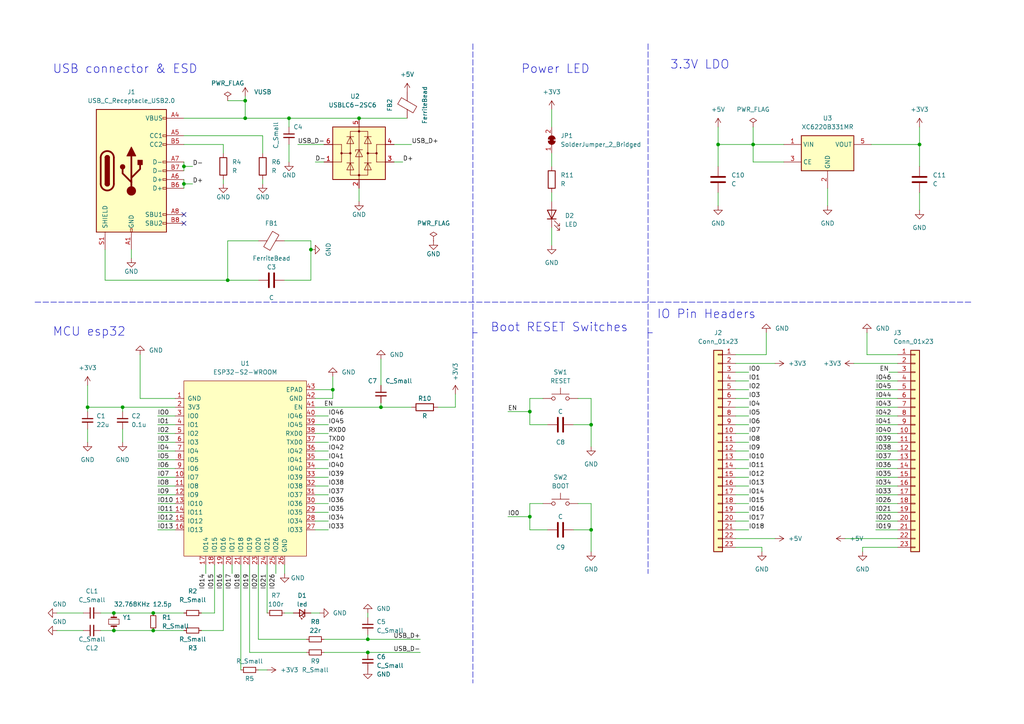
<source format=kicad_sch>
(kicad_sch (version 20211123) (generator eeschema)
  (paper "A4")
  (title_block (title "Esp32 module custom") (date "2022-05-23") (rev "v0.1") (company "Amrith ") (comment 1 "usb c with native usb support"))
  (lib_symbols
    (symbol "Arduino_custom:VUSB" (power) (pin_names (offset 0))
      (property "Value" "VUSB" (at 0 3.556 0))
      (symbol "VUSB_1_1"
        (pin power_in line (at 0 0 90) (length 0) hide (name "VUSB") (number "1"))
      )
    )
    (symbol "Connector:USB_C_Receptacle_USB2.0" (pin_names (offset 1.016))
      (property "Reference" "J" (at -10.16 19.05 0))
      (property "Value" "USB_C_Receptacle_USB2.0" (at 19.05 19.05 0))
      (symbol "USB_C_Receptacle_USB2.0_1_1"
        (pin passive line (at 0 -22.86 90) (length 5.08) (name "GND") (number "A1"))
        (pin passive line (at 0 -22.86 90) (length 5.08) hide (name "GND") (number "A12"))
        (pin passive line (at 15.24 15.24 180) (length 5.08) (name "VBUS") (number "A4"))
        (pin bidirectional line (at 15.24 10.16 180) (length 5.08) (name "CC1") (number "A5"))
        (pin bidirectional line (at 15.24 -2.54 180) (length 5.08) (name "D+") (number "A6"))
        (pin bidirectional line (at 15.24 2.54 180) (length 5.08) (name "D-") (number "A7"))
        (pin bidirectional line (at 15.24 -12.7 180) (length 5.08) (name "SBU1") (number "A8"))
        (pin passive line (at 15.24 15.24 180) (length 5.08) hide (name "VBUS") (number "A9"))
        (pin passive line (at 0 -22.86 90) (length 5.08) hide (name "GND") (number "B1"))
        (pin passive line (at 0 -22.86 90) (length 5.08) hide (name "GND") (number "B12"))
        (pin passive line (at 15.24 15.24 180) (length 5.08) hide (name "VBUS") (number "B4"))
        (pin bidirectional line (at 15.24 7.62 180) (length 5.08) (name "CC2") (number "B5"))
        (pin bidirectional line (at 15.24 -5.08 180) (length 5.08) (name "D+") (number "B6"))
        (pin bidirectional line (at 15.24 0 180) (length 5.08) (name "D-") (number "B7"))
        (pin bidirectional line (at 15.24 -15.24 180) (length 5.08) (name "SBU2") (number "B8"))
        (pin passive line (at 15.24 15.24 180) (length 5.08) hide (name "VBUS") (number "B9"))
        (pin passive line (at -7.62 -22.86 90) (length 5.08) (name "SHIELD") (number "S1"))
      )
    )
    (symbol "Connector_Generic:Conn_01x23" (pin_names (offset 1.016) hide)
      (property "Reference" "J" (at 0 30.48 0))
      (property "Value" "Conn_01x23" (at 0 -30.48 0))
      (symbol "Conn_01x23_1_1"
        (pin passive line (at -5.08 27.94 0) (length 3.81) (name "Pin_1") (number "1"))
        (pin passive line (at -5.08 5.08 0) (length 3.81) (name "Pin_10") (number "10"))
        (pin passive line (at -5.08 2.54 0) (length 3.81) (name "Pin_11") (number "11"))
        (pin passive line (at -5.08 0 0) (length 3.81) (name "Pin_12") (number "12"))
        (pin passive line (at -5.08 -2.54 0) (length 3.81) (name "Pin_13") (number "13"))
        (pin passive line (at -5.08 -5.08 0) (length 3.81) (name "Pin_14") (number "14"))
        (pin passive line (at -5.08 -7.62 0) (length 3.81) (name "Pin_15") (number "15"))
        (pin passive line (at -5.08 -10.16 0) (length 3.81) (name "Pin_16") (number "16"))
        (pin passive line (at -5.08 -12.7 0) (length 3.81) (name "Pin_17") (number "17"))
        (pin passive line (at -5.08 -15.24 0) (length 3.81) (name "Pin_18") (number "18"))
        (pin passive line (at -5.08 -17.78 0) (length 3.81) (name "Pin_19") (number "19"))
        (pin passive line (at -5.08 25.4 0) (length 3.81) (name "Pin_2") (number "2"))
        (pin passive line (at -5.08 -20.32 0) (length 3.81) (name "Pin_20") (number "20"))
        (pin passive line (at -5.08 -22.86 0) (length 3.81) (name "Pin_21") (number "21"))
        (pin passive line (at -5.08 -25.4 0) (length 3.81) (name "Pin_22") (number "22"))
        (pin passive line (at -5.08 -27.94 0) (length 3.81) (name "Pin_23") (number "23"))
        (pin passive line (at -5.08 22.86 0) (length 3.81) (name "Pin_3") (number "3"))
        (pin passive line (at -5.08 20.32 0) (length 3.81) (name "Pin_4") (number "4"))
        (pin passive line (at -5.08 17.78 0) (length 3.81) (name "Pin_5") (number "5"))
        (pin passive line (at -5.08 15.24 0) (length 3.81) (name "Pin_6") (number "6"))
        (pin passive line (at -5.08 12.7 0) (length 3.81) (name "Pin_7") (number "7"))
        (pin passive line (at -5.08 10.16 0) (length 3.81) (name "Pin_8") (number "8"))
        (pin passive line (at -5.08 7.62 0) (length 3.81) (name "Pin_9") (number "9"))
      )
    )
    (symbol "Device:C" (pin_numbers hide) (pin_names (offset 0.254))
      (property "Reference" "C" (at 0.635 2.54 0))
      (property "Value" "C" (at 0.635 -2.54 0))
      (symbol "C_1_1"
        (pin passive line (at 0 3.81 270) (length 2.794) (name "~") (number "1"))
        (pin passive line (at 0 -3.81 90) (length 2.794) (name "~") (number "2"))
      )
    )
    (symbol "Device:C_Small" (pin_numbers hide) (pin_names (offset 0.254) hide)
      (property "Reference" "C" (at 0.254 1.778 0))
      (property "Value" "C_Small" (at 0.254 -2.032 0))
      (symbol "C_Small_1_1"
        (pin passive line (at 0 2.54 270) (length 2.032) (name "~") (number "1"))
        (pin passive line (at 0 -2.54 90) (length 2.032) (name "~") (number "2"))
      )
    )
    (symbol "Device:Crystal_Small" (pin_numbers hide) (pin_names (offset 1.016) hide)
      (property "Reference" "Y" (at 0 2.54 0))
      (property "Value" "Crystal_Small" (at 0 -2.54 0))
      (symbol "Crystal_Small_1_1"
        (pin passive line (at -2.54 0 0) (length 1.27) (name "1") (number "1"))
        (pin passive line (at 2.54 0 180) (length 1.27) (name "2") (number "2"))
      )
    )
    (symbol "Device:FerriteBead" (pin_numbers hide) (pin_names (offset 0))
      (property "Reference" "FB" (at -3.81 0.635 90))
      (property "Value" "FerriteBead" (at 3.81 0 90))
      (symbol "FerriteBead_1_1"
        (pin passive line (at 0 3.81 270) (length 2.54) (name "~") (number "1"))
        (pin passive line (at 0 -3.81 90) (length 2.54) (name "~") (number "2"))
      )
    )
    (symbol "Device:LED" (pin_numbers hide) (pin_names (offset 1.016) hide)
      (property "Reference" "D" (at 0 2.54 0))
      (property "Value" "LED" (at 0 -2.54 0))
      (symbol "LED_1_1"
        (pin passive line (at -3.81 0 0) (length 2.54) (name "K") (number "1"))
        (pin passive line (at 3.81 0 180) (length 2.54) (name "A") (number "2"))
      )
    )
    (symbol "Device:LED_Small" (pin_numbers hide) (pin_names (offset 0.254) hide)
      (property "Reference" "D" (at -1.27 3.175 0))
      (property "Value" "LED_Small" (at -4.445 -2.54 0))
      (symbol "LED_Small_1_1"
        (pin passive line (at -2.54 0 0) (length 1.778) (name "K") (number "1"))
        (pin passive line (at 2.54 0 180) (length 1.778) (name "A") (number "2"))
      )
    )
    (symbol "Device:R" (pin_numbers hide) (pin_names (offset 0))
      (property "Reference" "R" (at 2.032 0 90))
      (property "Value" "R" (at 0 0 90))
      (symbol "R_1_1"
        (pin passive line (at 0 3.81 270) (length 1.27) (name "~") (number "1"))
        (pin passive line (at 0 -3.81 90) (length 1.27) (name "~") (number "2"))
      )
    )
    (symbol "Device:R_Small" (pin_numbers hide) (pin_names (offset 0.254) hide)
      (property "Reference" "R" (at 0.762 0.508 0))
      (property "Value" "R_Small" (at 0.762 -1.016 0))
      (symbol "R_Small_1_1"
        (pin passive line (at 0 2.54 270) (length 0.762) (name "~") (number "1"))
        (pin passive line (at 0 -2.54 90) (length 0.762) (name "~") (number "2"))
      )
    )
    (symbol "ESP32-S2-WROOM:ESP32-S2-WROOM" (pin_names (offset 1.016))
      (property "Reference" "U" (at 0 6.35 0))
      (property "Value" "ESP32-S2-WROOM" (at 0 3.81 0))
      (symbol "ESP32-S2-WROOM_0_0"
        (pin power_in line (at -20.32 -5.08 0) (length 2.54) (name "GND") (number "1"))
        (pin power_in line (at -20.32 -7.62 0) (length 2.54) (name "3V3") (number "2"))
        (pin tri_state line (at -20.32 -10.16 0) (length 2.54) (name "IO0") (number "3"))
        (pin tri_state line (at -20.32 -12.7 0) (length 2.54) (name "IO1") (number "4"))
        (pin tri_state line (at -20.32 -15.24 0) (length 2.54) (name "IO2") (number "5"))
      )
      (symbol "ESP32-S2-WROOM_1_1"
        (pin tri_state line (at -20.32 -27.94 0) (length 2.54) (name "IO7") (number "10"))
        (pin tri_state line (at -20.32 -30.48 0) (length 2.54) (name "IO8") (number "11"))
        (pin tri_state line (at -20.32 -33.02 0) (length 2.54) (name "IO9") (number "12"))
        (pin tri_state line (at -20.32 -35.56 0) (length 2.54) (name "IO10") (number "13"))
        (pin tri_state line (at -20.32 -38.1 0) (length 2.54) (name "IO11") (number "14"))
        (pin tri_state line (at -20.32 -40.64 0) (length 2.54) (name "IO12") (number "15"))
        (pin tri_state line (at -20.32 -43.18 0) (length 2.54) (name "IO13") (number "16"))
        (pin tri_state line (at -11.43 -53.34 90) (length 2.54) (name "IO14") (number "17"))
        (pin tri_state line (at -8.89 -53.34 90) (length 2.54) (name "IO15") (number "18"))
        (pin tri_state line (at -6.35 -53.34 90) (length 2.54) (name "IO16") (number "19"))
        (pin tri_state line (at -3.81 -53.34 90) (length 2.54) (name "IO17") (number "20"))
        (pin tri_state line (at -1.27 -53.34 90) (length 2.54) (name "IO18") (number "21"))
        (pin tri_state line (at 1.27 -53.34 90) (length 2.54) (name "IO19") (number "22"))
        (pin tri_state line (at 3.81 -53.34 90) (length 2.54) (name "IO20") (number "23"))
        (pin tri_state line (at 6.35 -53.34 90) (length 2.54) (name "IO21") (number "24"))
        (pin tri_state line (at 8.89 -53.34 90) (length 2.54) (name "IO26") (number "25"))
        (pin power_in line (at 11.43 -53.34 90) (length 2.54) (name "GND") (number "26"))
        (pin tri_state line (at 20.32 -43.18 180) (length 2.54) (name "IO33") (number "27"))
        (pin tri_state line (at 20.32 -40.64 180) (length 2.54) (name "IO34") (number "28"))
        (pin tri_state line (at 20.32 -38.1 180) (length 2.54) (name "IO35") (number "29"))
        (pin tri_state line (at 20.32 -35.56 180) (length 2.54) (name "IO36") (number "30"))
        (pin tri_state line (at 20.32 -33.02 180) (length 2.54) (name "IO37") (number "31"))
        (pin tri_state line (at 20.32 -30.48 180) (length 2.54) (name "IO38") (number "32"))
        (pin tri_state line (at 20.32 -27.94 180) (length 2.54) (name "IO39") (number "33"))
        (pin tri_state line (at 20.32 -25.4 180) (length 2.54) (name "IO40") (number "34"))
        (pin tri_state line (at 20.32 -22.86 180) (length 2.54) (name "IO41") (number "35"))
        (pin tri_state line (at 20.32 -20.32 180) (length 2.54) (name "IO42") (number "36"))
        (pin tri_state line (at 20.32 -17.78 180) (length 2.54) (name "TXD0") (number "37"))
        (pin tri_state line (at 20.32 -15.24 180) (length 2.54) (name "RXD0") (number "38"))
        (pin tri_state line (at 20.32 -12.7 180) (length 2.54) (name "IO45") (number "39"))
        (pin input line (at 20.32 -10.16 180) (length 2.54) (name "IO46") (number "40"))
        (pin input line (at 20.32 -7.62 180) (length 2.54) (name "EN") (number "41"))
        (pin power_in line (at 20.32 -5.08 180) (length 2.54) (name "GND") (number "42"))
        (pin power_in line (at 20.32 -2.54 180) (length 2.54) (name "EPAD") (number "43"))
        (pin tri_state line (at -20.32 -17.78 0) (length 2.54) (name "IO3") (number "6"))
        (pin tri_state line (at -20.32 -20.32 0) (length 2.54) (name "IO4") (number "7"))
        (pin tri_state line (at -20.32 -22.86 0) (length 2.54) (name "IO5") (number "8"))
        (pin tri_state line (at -20.32 -25.4 0) (length 2.54) (name "IO6") (number "9"))
      )
    )
    (symbol "Jumper:SolderJumper_2_Bridged" (pin_names (offset 0) hide)
      (property "Reference" "JP" (at 0 2.032 0))
      (property "Value" "SolderJumper_2_Bridged" (at 0 -2.54 0))
      (symbol "SolderJumper_2_Bridged_1_1"
        (pin passive line (at -3.81 0 0) (length 2.54) (name "A") (number "1"))
        (pin passive line (at 3.81 0 180) (length 2.54) (name "B") (number "2"))
      )
    )
    (symbol "Power_Protection:USBLC6-2SC6" (pin_names hide)
      (property "Reference" "U" (at 2.54 8.89 0))
      (property "Value" "USBLC6-2SC6" (at 2.54 -8.89 0))
      (symbol "USBLC6-2SC6_1_1"
        (pin passive line (at -10.16 -2.54 0) (length 2.54) (name "I/O1") (number "1"))
        (pin passive line (at 0 -10.16 90) (length 2.54) (name "GND") (number "2"))
        (pin passive line (at 10.16 -2.54 180) (length 2.54) (name "I/O2") (number "3"))
        (pin passive line (at 10.16 2.54 180) (length 2.54) (name "I/O2") (number "4"))
        (pin passive line (at 0 10.16 270) (length 2.54) (name "VBUS") (number "5"))
        (pin passive line (at -10.16 2.54 0) (length 2.54) (name "I/O1") (number "6"))
      )
    )
    (symbol "Regulator_Linear:XC6220B331MR"
      (property "Reference" "U" (at 0 8.89 0))
      (property "Value" "XC6220B331MR" (at 0 6.35 0))
      (symbol "XC6220B331MR_1_1"
        (pin power_in line (at -12.7 2.54 0) (length 5.08) (name "VIN") (number "1"))
        (pin power_in line (at 0 -10.16 90) (length 5.08) (name "GND") (number "2"))
        (pin input line (at -12.7 -2.54 0) (length 5.08) (name "CE") (number "3"))
        (pin no_connect line (at 12.7 -2.54 180) (length 5.08) hide (name "NC") (number "4"))
        (pin power_out line (at 12.7 2.54 180) (length 5.08) (name "VOUT") (number "5"))
      )
    )
    (symbol "Switch:SW_Push" (pin_numbers hide) (pin_names (offset 1.016) hide)
      (property "Reference" "SW" (at 1.27 2.54 0))
      (property "Value" "SW_Push" (at 0 -1.524 0))
      (symbol "SW_Push_0_1"
        (pin passive line (at -5.08 0 0) (length 2.54) (name "1") (number "1"))
        (pin passive line (at 5.08 0 180) (length 2.54) (name "2") (number "2"))
      )
    )
    (symbol "power:+3V3" (power) (pin_names (offset 0))
      (property "Value" "+3V3" (at 0 3.556 0))
      (symbol "+3V3_1_1"
        (pin power_in line (at 0 0 90) (length 0) hide (name "+3V3") (number "1"))
      )
    )
    (symbol "power:+5V" (power) (pin_names (offset 0))
      (property "Value" "+5V" (at 0 3.556 0))
      (symbol "+5V_1_1"
        (pin power_in line (at 0 0 90) (length 0) hide (name "+5V") (number "1"))
      )
    )
    (symbol "power:GND" (power) (pin_names (offset 0))
      (property "Value" "GND" (at 0 -3.81 0))
      (symbol "GND_1_1"
        (pin power_in line (at 0 0 270) (length 0) hide (name "GND") (number "1"))
      )
    )
    (symbol "power:PWR_FLAG" (power) (pin_numbers hide) (pin_names (offset 0) hide)
      (property "Value" "PWR_FLAG" (at 0 3.81 0))
      (symbol "PWR_FLAG_0_0"
        (pin power_out line (at 0 0 90) (length 0) (name "pwr") (number "1"))
      )
    )
  )
  (junction (at 33.02 177.8))
  (junction (at 218.44 41.91))
  (junction (at 90.17 72.39))
  (junction (at 106.68 185.42))
  (junction (at 104.14 34.29))
  (junction (at 71.12 34.29))
  (junction (at 96.52 113.03))
  (junction (at 25.4 118.11))
  (junction (at 66.04 81.28))
  (junction (at 171.45 153.67))
  (junction (at 153.67 119.38))
  (junction (at 110.49 118.11))
  (junction (at 106.68 189.23))
  (junction (at 83.82 34.29))
  (junction (at 53.34 53.34))
  (junction (at 44.45 182.88))
  (junction (at 33.02 182.88))
  (junction (at 208.28 41.91))
  (junction (at 35.56 118.11))
  (junction (at 266.7 41.91))
  (junction (at 44.45 177.8))
  (junction (at 71.12 29.21))
  (junction (at 153.67 149.86))
  (junction (at 53.34 48.26))
  (junction (at 171.45 123.19))
  (no_connect (at 53.34 64.77))
  (no_connect (at 53.34 62.23))
  (wire (pts (xy 208.28 36.83) (xy 208.28 41.91)))
  (wire (pts (xy 254 148.59) (xy 260.35 148.59)))
  (wire (pts (xy 45.72 120.65) (xy 50.8 120.65)))
  (wire (pts (xy 208.28 55.88) (xy 208.28 59.69)))
  (wire (pts (xy 91.44 128.27) (xy 95.25 128.27)))
  (wire (pts (xy 218.44 46.99) (xy 218.44 41.91)))
  (wire (pts (xy 254 138.43) (xy 260.35 138.43)))
  (wire (pts (xy 213.36 125.73) (xy 217.17 125.73)))
  (wire (pts (xy 160.02 44.45) (xy 160.02 48.26)))
  (wire (pts (xy 153.67 146.05) (xy 153.67 149.86)))
  (wire (pts (xy 53.34 34.29) (xy 71.12 34.29)))
  (wire (pts (xy 45.72 138.43) (xy 50.8 138.43)))
  (wire (pts (xy 38.1 74.93) (xy 38.1 72.39)))
  (wire (pts (xy 25.4 111.76) (xy 25.4 118.11)))
  (wire (pts (xy 254 153.67) (xy 260.35 153.67)))
  (wire (pts (xy 250.19 158.75) (xy 250.19 160.02)))
  (wire (pts (xy 104.14 54.61) (xy 104.14 58.42)))
  (wire (pts (xy 254 123.19) (xy 260.35 123.19)))
  (wire (pts (xy 266.7 55.88) (xy 266.7 60.96)))
  (polyline (pts (xy 10.16 87.63) (xy 281.94 87.63)))
  (wire (pts (xy 86.36 41.91) (xy 93.98 41.91)))
  (wire (pts (xy 218.44 41.91) (xy 227.33 41.91)))
  (wire (pts (xy 254 133.35) (xy 260.35 133.35)))
  (wire (pts (xy 88.9 189.23) (xy 72.39 189.23)))
  (wire (pts (xy 218.44 36.83) (xy 218.44 41.91)))
  (wire (pts (xy 110.49 118.11) (xy 119.38 118.11)))
  (wire (pts (xy 35.56 118.11) (xy 50.8 118.11)))
  (wire (pts (xy 90.17 72.39) (xy 90.17 81.28)))
  (wire (pts (xy 220.98 158.75) (xy 220.98 160.02)))
  (wire (pts (xy 132.08 118.11) (xy 127 118.11)))
  (wire (pts (xy 64.77 53.34) (xy 64.77 52.07)))
  (wire (pts (xy 50.8 115.57) (xy 40.64 115.57)))
  (wire (pts (xy 160.02 71.12) (xy 160.02 66.04)))
  (polyline (pts (xy 137.16 96.52) (xy 138.43 96.52)))
  (wire (pts (xy 83.82 34.29) (xy 104.14 34.29)))
  (wire (pts (xy 90.17 69.85) (xy 90.17 72.39)))
  (wire (pts (xy 104.14 34.29) (xy 118.11 34.29)))
  (wire (pts (xy 247.65 105.41) (xy 260.35 105.41)))
  (wire (pts (xy 53.34 41.91) (xy 64.77 41.91)))
  (wire (pts (xy 110.49 118.11) (xy 110.49 116.84)))
  (wire (pts (xy 147.32 119.38) (xy 153.67 119.38)))
  (wire (pts (xy 153.67 119.38) (xy 153.67 123.19)))
  (wire (pts (xy 171.45 153.67) (xy 171.45 160.02)))
  (wire (pts (xy 254 143.51) (xy 260.35 143.51)))
  (wire (pts (xy 153.67 149.86) (xy 153.67 153.67)))
  (wire (pts (xy 53.34 52.07) (xy 53.34 53.34)))
  (wire (pts (xy 213.36 128.27) (xy 217.17 128.27)))
  (wire (pts (xy 110.49 104.14) (xy 110.49 111.76)))
  (wire (pts (xy 90.17 81.28) (xy 82.55 81.28)))
  (wire (pts (xy 153.67 153.67) (xy 158.75 153.67)))
  (wire (pts (xy 257.81 107.95) (xy 260.35 107.95)))
  (wire (pts (xy 171.45 146.05) (xy 171.45 153.67)))
  (wire (pts (xy 153.67 123.19) (xy 158.75 123.19)))
  (wire (pts (xy 106.68 177.8) (xy 106.68 179.07)))
  (wire (pts (xy 160.02 55.88) (xy 160.02 58.42)))
  (wire (pts (xy 166.37 153.67) (xy 171.45 153.67)))
  (wire (pts (xy 45.72 151.13) (xy 50.8 151.13)))
  (wire (pts (xy 254 110.49) (xy 260.35 110.49)))
  (wire (pts (xy 91.44 140.97) (xy 95.25 140.97)))
  (polyline (pts (xy 187.96 12.7) (xy 187.96 96.52)))
  (wire (pts (xy 157.48 115.57) (xy 153.67 115.57)))
  (wire (pts (xy 160.02 36.83) (xy 160.02 31.75)))
  (wire (pts (xy 62.23 163.83) (xy 62.23 177.8)))
  (wire (pts (xy 59.69 163.83) (xy 59.69 166.37)))
  (wire (pts (xy 91.44 113.03) (xy 96.52 113.03)))
  (wire (pts (xy 72.39 163.83) (xy 72.39 189.23)))
  (wire (pts (xy 64.77 41.91) (xy 64.77 44.45)))
  (wire (pts (xy 44.45 182.88) (xy 53.34 182.88)))
  (wire (pts (xy 254 115.57) (xy 260.35 115.57)))
  (wire (pts (xy 213.36 115.57) (xy 217.17 115.57)))
  (wire (pts (xy 106.68 185.42) (xy 121.92 185.42)))
  (wire (pts (xy 82.55 177.8) (xy 85.09 177.8)))
  (wire (pts (xy 254 125.73) (xy 260.35 125.73)))
  (wire (pts (xy 33.02 182.88) (xy 44.45 182.88)))
  (wire (pts (xy 254 120.65) (xy 260.35 120.65)))
  (wire (pts (xy 213.36 153.67) (xy 217.17 153.67)))
  (wire (pts (xy 82.55 69.85) (xy 90.17 69.85)))
  (wire (pts (xy 25.4 119.38) (xy 25.4 118.11)))
  (wire (pts (xy 45.72 148.59) (xy 50.8 148.59)))
  (wire (pts (xy 147.32 149.86) (xy 153.67 149.86)))
  (wire (pts (xy 30.48 72.39) (xy 30.48 81.28)))
  (wire (pts (xy 254 130.81) (xy 260.35 130.81)))
  (wire (pts (xy 106.68 184.15) (xy 106.68 185.42)))
  (wire (pts (xy 66.04 29.21) (xy 71.12 29.21)))
  (wire (pts (xy 45.72 125.73) (xy 50.8 125.73)))
  (wire (pts (xy 171.45 115.57) (xy 171.45 123.19)))
  (wire (pts (xy 106.68 185.42) (xy 93.98 185.42)))
  (wire (pts (xy 91.44 153.67) (xy 95.25 153.67)))
  (wire (pts (xy 88.9 185.42) (xy 74.93 185.42)))
  (wire (pts (xy 45.72 135.89) (xy 50.8 135.89)))
  (wire (pts (xy 91.44 130.81) (xy 95.25 130.81)))
  (wire (pts (xy 167.64 115.57) (xy 171.45 115.57)))
  (wire (pts (xy 45.72 128.27) (xy 50.8 128.27)))
  (wire (pts (xy 45.72 146.05) (xy 50.8 146.05)))
  (wire (pts (xy 252.73 41.91) (xy 266.7 41.91)))
  (wire (pts (xy 213.36 151.13) (xy 217.17 151.13)))
  (wire (pts (xy 213.36 158.75) (xy 220.98 158.75)))
  (wire (pts (xy 251.46 102.87) (xy 260.35 102.87)))
  (wire (pts (xy 213.36 105.41) (xy 224.79 105.41)))
  (wire (pts (xy 91.44 115.57) (xy 96.52 115.57)))
  (wire (pts (xy 208.28 41.91) (xy 208.28 48.26)))
  (wire (pts (xy 213.36 148.59) (xy 217.17 148.59)))
  (wire (pts (xy 58.42 182.88) (xy 64.77 182.88)))
  (wire (pts (xy 76.2 39.37) (xy 76.2 44.45)))
  (wire (pts (xy 266.7 36.83) (xy 266.7 41.91)))
  (wire (pts (xy 254 146.05) (xy 260.35 146.05)))
  (wire (pts (xy 76.2 53.34) (xy 76.2 52.07)))
  (wire (pts (xy 16.51 182.88) (xy 24.13 182.88)))
  (wire (pts (xy 93.98 189.23) (xy 106.68 189.23)))
  (wire (pts (xy 71.12 27.94) (xy 71.12 29.21)))
  (wire (pts (xy 227.33 46.99) (xy 218.44 46.99)))
  (wire (pts (xy 30.48 81.28) (xy 66.04 81.28)))
  (wire (pts (xy 25.4 128.27) (xy 25.4 124.46)))
  (wire (pts (xy 254 113.03) (xy 260.35 113.03)))
  (wire (pts (xy 45.72 153.67) (xy 50.8 153.67)))
  (polyline (pts (xy 137.16 96.52) (xy 137.16 198.12)))
  (wire (pts (xy 16.51 177.8) (xy 24.13 177.8)))
  (wire (pts (xy 91.44 146.05) (xy 95.25 146.05)))
  (polyline (pts (xy 187.96 96.52) (xy 189.23 96.52)))
  (wire (pts (xy 82.55 163.83) (xy 82.55 166.37)))
  (wire (pts (xy 91.44 133.35) (xy 95.25 133.35)))
  (wire (pts (xy 29.21 177.8) (xy 33.02 177.8)))
  (wire (pts (xy 213.36 135.89) (xy 217.17 135.89)))
  (wire (pts (xy 213.36 118.11) (xy 217.17 118.11)))
  (wire (pts (xy 167.64 146.05) (xy 171.45 146.05)))
  (wire (pts (xy 64.77 163.83) (xy 64.77 182.88)))
  (wire (pts (xy 254 118.11) (xy 260.35 118.11)))
  (wire (pts (xy 213.36 113.03) (xy 217.17 113.03)))
  (wire (pts (xy 80.01 163.83) (xy 80.01 166.37)))
  (wire (pts (xy 91.44 143.51) (xy 95.25 143.51)))
  (wire (pts (xy 96.52 115.57) (xy 96.52 113.03)))
  (wire (pts (xy 77.47 163.83) (xy 77.47 177.8)))
  (wire (pts (xy 254 140.97) (xy 260.35 140.97)))
  (wire (pts (xy 222.25 102.87) (xy 213.36 102.87)))
  (wire (pts (xy 66.04 69.85) (xy 66.04 81.28)))
  (wire (pts (xy 213.36 110.49) (xy 217.17 110.49)))
  (wire (pts (xy 213.36 143.51) (xy 217.17 143.51)))
  (wire (pts (xy 69.85 163.83) (xy 69.85 194.31)))
  (wire (pts (xy 213.36 146.05) (xy 217.17 146.05)))
  (wire (pts (xy 71.12 29.21) (xy 71.12 34.29)))
  (wire (pts (xy 91.44 138.43) (xy 95.25 138.43)))
  (wire (pts (xy 66.04 69.85) (xy 74.93 69.85)))
  (wire (pts (xy 67.31 163.83) (xy 67.31 166.37)))
  (wire (pts (xy 213.36 130.81) (xy 217.17 130.81)))
  (wire (pts (xy 260.35 158.75) (xy 250.19 158.75)))
  (wire (pts (xy 153.67 115.57) (xy 153.67 119.38)))
  (wire (pts (xy 213.36 140.97) (xy 217.17 140.97)))
  (wire (pts (xy 91.44 148.59) (xy 95.25 148.59)))
  (wire (pts (xy 45.72 133.35) (xy 50.8 133.35)))
  (wire (pts (xy 91.44 120.65) (xy 95.25 120.65)))
  (wire (pts (xy 45.72 123.19) (xy 50.8 123.19)))
  (wire (pts (xy 132.08 114.3) (xy 132.08 118.11)))
  (wire (pts (xy 25.4 118.11) (xy 35.56 118.11)))
  (wire (pts (xy 171.45 123.19) (xy 171.45 129.54)))
  (wire (pts (xy 29.21 182.88) (xy 33.02 182.88)))
  (wire (pts (xy 213.36 133.35) (xy 217.17 133.35)))
  (wire (pts (xy 96.52 113.03) (xy 96.52 109.22)))
  (wire (pts (xy 254 135.89) (xy 260.35 135.89)))
  (wire (pts (xy 114.3 46.99) (xy 116.84 46.99)))
  (wire (pts (xy 240.03 54.61) (xy 240.03 59.69)))
  (wire (pts (xy 213.36 120.65) (xy 217.17 120.65)))
  (wire (pts (xy 213.36 107.95) (xy 217.17 107.95)))
  (wire (pts (xy 44.45 177.8) (xy 53.34 177.8)))
  (wire (pts (xy 91.44 46.99) (xy 93.98 46.99)))
  (wire (pts (xy 53.34 39.37) (xy 76.2 39.37)))
  (wire (pts (xy 266.7 41.91) (xy 266.7 48.26)))
  (wire (pts (xy 254 128.27) (xy 260.35 128.27)))
  (wire (pts (xy 106.68 189.23) (xy 121.92 189.23)))
  (wire (pts (xy 91.44 123.19) (xy 95.25 123.19)))
  (wire (pts (xy 83.82 34.29) (xy 83.82 36.83)))
  (wire (pts (xy 91.44 125.73) (xy 95.25 125.73)))
  (polyline (pts (xy 137.16 12.7) (xy 137.16 96.52)))
  (wire (pts (xy 213.36 123.19) (xy 217.17 123.19)))
  (wire (pts (xy 213.36 156.21) (xy 224.79 156.21)))
  (wire (pts (xy 53.34 53.34) (xy 55.88 53.34)))
  (wire (pts (xy 53.34 48.26) (xy 53.34 49.53)))
  (wire (pts (xy 45.72 130.81) (xy 50.8 130.81)))
  (wire (pts (xy 114.3 41.91) (xy 119.38 41.91)))
  (wire (pts (xy 166.37 123.19) (xy 171.45 123.19)))
  (wire (pts (xy 157.48 146.05) (xy 153.67 146.05)))
  (wire (pts (xy 53.34 53.34) (xy 53.34 54.61)))
  (wire (pts (xy 90.17 177.8) (xy 92.71 177.8)))
  (wire (pts (xy 91.44 135.89) (xy 95.25 135.89)))
  (wire (pts (xy 40.64 115.57) (xy 40.64 102.87)))
  (wire (pts (xy 33.02 177.8) (xy 44.45 177.8)))
  (polyline (pts (xy 187.96 96.52) (xy 187.96 166.37)))
  (wire (pts (xy 58.42 177.8) (xy 62.23 177.8)))
  (wire (pts (xy 35.56 119.38) (xy 35.56 118.11)))
  (wire (pts (xy 66.04 81.28) (xy 74.93 81.28)))
  (wire (pts (xy 251.46 96.52) (xy 251.46 102.87)))
  (wire (pts (xy 77.47 194.31) (xy 74.93 194.31)))
  (wire (pts (xy 45.72 140.97) (xy 50.8 140.97)))
  (wire (pts (xy 254 151.13) (xy 260.35 151.13)))
  (wire (pts (xy 53.34 46.99) (xy 53.34 48.26)))
  (wire (pts (xy 83.82 41.91) (xy 83.82 46.99)))
  (wire (pts (xy 53.34 48.26) (xy 55.88 48.26)))
  (wire (pts (xy 74.93 163.83) (xy 74.93 185.42)))
  (wire (pts (xy 45.72 143.51) (xy 50.8 143.51)))
  (wire (pts (xy 71.12 34.29) (xy 83.82 34.29)))
  (wire (pts (xy 35.56 128.27) (xy 35.56 124.46)))
  (wire (pts (xy 208.28 41.91) (xy 218.44 41.91)))
  (wire (pts (xy 213.36 138.43) (xy 217.17 138.43)))
  (wire (pts (xy 91.44 151.13) (xy 95.25 151.13)))
  (wire (pts (xy 222.25 96.52) (xy 222.25 102.87)))
  (wire (pts (xy 245.11 156.21) (xy 260.35 156.21)))
  (wire (pts (xy 91.44 118.11) (xy 110.49 118.11)))
  (text "MCU esp32" (at 15.24 97.79 0) (effects (font (size 2.5 2.5)) (justify left bottom)))
  (text "Power LED" (at 151.13 21.59 0) (effects (font (size 2.5 2.5)) (justify left bottom)))
  (text "Boot RESET Switches\n" (at 142.24 96.52 0) (effects (font (size 2.5 2.5)) (justify left bottom)))
  (text "USB connector & ESD" (at 15.24 21.59 0) (effects (font (size 2.5 2.5)) (justify left bottom)))
  (text "3.3V LDO" (at 194.31 20.32 0) (effects (font (size 2.5 2.5)) (justify left bottom)))
  (text "IO Pin Headers" (at 190.5 92.71 0) (effects (font (size 2.5 2.5)) (justify left bottom)))
  (label "IO43" (at 254 118.11 0))
  (label "IO21" (at 254 148.59 0))
  (label "IO46" (at 95.25 120.65 0))
  (label "IO20" (at 74.93 166.37 270))
  (label "D-" (at 91.44 46.99 0))
  (label "USB_D+" (at 119.38 41.91 0))
  (label "IO17" (at 67.31 166.37 270))
  (label "IO14" (at 59.69 166.37 270))
  (label "IO20" (at 254 151.13 0))
  (label "IO7" (at 45.72 138.43 0))
  (label "IO39" (at 95.25 138.43 0))
  (label "IO12" (at 217.17 138.43 0))
  (label "IO10" (at 45.72 146.05 0))
  (label "IO40" (at 95.25 135.89 0))
  (label "IO4" (at 45.72 130.81 0))
  (label "IO35" (at 95.25 148.59 0))
  (label "IO0" (at 45.72 120.65 0))
  (label "IO38" (at 254 130.81 0))
  (label "IO5" (at 45.72 133.35 0))
  (label "IO11" (at 217.17 135.89 0))
  (label "USB_D-" (at 86.36 41.91 0))
  (label "IO19" (at 72.39 166.37 270))
  (label "IO0" (at 147.32 149.86 0))
  (label "IO46" (at 254 110.49 0))
  (label "D+" (at 55.88 53.34 0))
  (label "IO9" (at 217.17 130.81 0))
  (label "IO6" (at 45.72 135.89 0))
  (label "IO18" (at 217.17 153.67 0))
  (label "IO13" (at 45.72 153.67 0))
  (label "IO5" (at 217.17 120.65 0))
  (label "D+" (at 116.84 46.99 0))
  (label "IO42" (at 95.25 130.81 0))
  (label "IO45" (at 254 113.03 0))
  (label "IO33" (at 254 143.51 0))
  (label "EN" (at 147.32 119.38 0))
  (label "IO36" (at 95.25 146.05 0))
  (label "IO10" (at 217.17 133.35 0))
  (label "RXD0" (at 95.25 125.73 0))
  (label "IO2" (at 217.17 113.03 0))
  (label "IO38" (at 95.25 140.97 0))
  (label "D-" (at 55.88 48.26 0))
  (label "IO1" (at 217.17 110.49 0))
  (label "IO39" (at 254 128.27 0))
  (label "IO26" (at 80.01 166.37 270))
  (label "IO37" (at 95.25 143.51 0))
  (label "IO14" (at 217.17 143.51 0))
  (label "IO2" (at 45.72 125.73 0))
  (label "IO3" (at 217.17 115.57 0))
  (label "IO0" (at 217.17 107.95 0))
  (label "IO15" (at 62.23 166.37 270))
  (label "IO6" (at 217.17 123.19 0))
  (label "IO40" (at 254 125.73 0))
  (label "IO36" (at 254 135.89 0))
  (label "IO35" (at 254 138.43 0))
  (label "IO9" (at 45.72 143.51 0))
  (label "IO41" (at 95.25 133.35 0))
  (label "IO12" (at 45.72 151.13 0))
  (label "IO37" (at 254 133.35 0))
  (label "IO13" (at 217.17 140.97 0))
  (label "IO15" (at 217.17 146.05 0))
  (label "IO8" (at 217.17 128.27 0))
  (label "IO26" (at 254 146.05 0))
  (label "IO16" (at 217.17 148.59 0))
  (label "IO3" (at 45.72 128.27 0))
  (label "IO34" (at 254 140.97 0))
  (label "IO44" (at 254 115.57 0))
  (label "IO1" (at 45.72 123.19 0))
  (label "IO11" (at 45.72 148.59 0))
  (label "IO18" (at 69.85 166.37 270))
  (label "IO16" (at 64.77 166.37 270))
  (label "IO45" (at 95.25 123.19 0))
  (label "IO33" (at 95.25 153.67 0))
  (label "IO42" (at 254 120.65 0))
  (label "IO19" (at 254 153.67 0))
  (label "IO21" (at 77.47 166.37 270))
  (label "TXD0" (at 95.25 128.27 0))
  (label "USB_D+" (at 121.92 185.42 180))
  (label "IO8" (at 45.72 140.97 0))
  (label "IO17" (at 217.17 151.13 0))
  (label "EN" (at 93.98 118.11 0))
  (label "IO34" (at 95.25 151.13 0))
  (label "IO41" (at 254 123.19 0))
  (label "IO4" (at 217.17 118.11 0))
  (label "EN" (at 257.81 107.95 180))
  (label "IO7" (at 217.17 125.73 0))
  (label "USB_D-" (at 121.92 189.23 180))
  (symbol (lib_id "power:GND") (at 92.71 177.8 90) (unit 1)
    (property "Reference" "#PWR014" (effects hide))
    (property "Value" "GND" (at 96.52 177.7999 90) (effects (justify right)))
  )
  (symbol (lib_id "power:+3V3") (at 247.65 105.41 90) (unit 1)
    (property "Reference" "#PWR034" (effects hide))
    (property "Value" "+3V3" (at 238.76 105.41 90) (effects (justify right)))
  )
  (symbol (lib_id "Device:R") (at 123.19 118.11 90) (unit 1)
    (property "Reference" "R10" (at 123.19 115.57 90))
    (property "Value" "R" (at 123.19 120.65 90))
    (property "Footprint" "Resistor_SMD:R_0603_1608Metric" (effects hide))
  )
  (symbol (lib_id "Device:C") (at 162.56 123.19 90) (unit 1)
    (property "Reference" "C8" (at 162.56 128.27 90))
    (property "Value" "C" (at 162.56 119.38 90))
    (property "Footprint" "Capacitor_SMD:C_0603_1608Metric" (effects hide))
  )
  (symbol (lib_id "power:GND") (at 240.03 59.69 0) (unit 1)
    (property "Reference" "#PWR032" (effects hide))
    (property "Value" "GND" (at 240.03 64.77 0))
  )
  (symbol (lib_id "power:GND") (at 96.52 109.22 180) (unit 1)
    (property "Reference" "#PWR015" (effects hide))
    (property "Value" "GND" (at 99.06 107.9499 0) (effects (justify right)))
  )
  (symbol (lib_id "power:GND") (at 90.17 72.39 90) (unit 1)
    (property "Reference" "#PWR013" (effects hide))
    (property "Value" "GND" (at 95.25 72.39 0))
  )
  (symbol (lib_id "power:+3V3") (at 25.4 111.76 0) (unit 1)
    (property "Reference" "#PWR03" (effects hide))
    (property "Value" "+3V3" (at 25.4 106.68 0))
  )
  (symbol (lib_id "power:GND") (at 220.98 160.02 0) (unit 1)
    (property "Reference" "#PWR028" (effects hide))
    (property "Value" "GND" (at 220.98 165.1 0))
  )
  (symbol (lib_id "ESP32-S2-WROOM:ESP32-S2-WROOM") (at 71.12 110.49 0) (unit 1)
    (property "Reference" "U1" (at 71.12 105.41 0))
    (property "Value" "ESP32-S2-WROOM" (at 71.12 107.95 0))
    (property "Footprint" "ESP32-S2-WROOM" (effects hide))
  )
  (symbol (lib_id "Connector_Generic:Conn_01x23") (at 208.28 130.81 0) (mirror y) (unit 1)
    (property "Reference" "J2" (at 208.28 96.52 0))
    (property "Value" "Conn_01x23" (at 208.28 99.06 0))
    (property "Footprint" "Connector_PinHeader_2.54mm:PinHeader_1x23_P2.54mm_Vertical" (effects hide))
  )
  (symbol (lib_id "Device:R") (at 160.02 52.07 0) (unit 1)
    (property "Reference" "R11" (at 162.56 50.7999 0) (effects (justify left)))
    (property "Value" "R" (at 162.56 53.3399 0) (effects (justify left)))
    (property "Footprint" "Resistor_SMD:R_0603_1608Metric" (effects hide))
  )
  (symbol (lib_id "power:+3V3") (at 224.79 105.41 270) (unit 1)
    (property "Reference" "#PWR030" (effects hide))
    (property "Value" "+3V3" (at 228.6 105.41 90) (effects (justify left)))
  )
  (symbol (lib_id "power:GND") (at 40.64 102.87 180) (unit 1)
    (property "Reference" "#PWR07" (effects hide))
    (property "Value" "GND" (at 43.18 101.5999 0) (effects (justify right)))
  )
  (symbol (lib_id "power:GND") (at 110.49 104.14 180) (unit 1)
    (property "Reference" "#PWR019" (effects hide))
    (property "Value" "GND" (at 113.03 102.8699 0) (effects (justify right)))
  )
  (symbol (lib_id "Device:R") (at 64.77 48.26 0) (unit 1)
    (property "Reference" "R4" (at 67.31 46.9899 0) (effects (justify left)))
    (property "Value" "R" (at 67.31 49.5299 0) (effects (justify left)))
    (property "Footprint" "Resistor_SMD:R_0603_1608Metric" (effects hide))
  )
  (symbol (lib_id "power:GND") (at 208.28 59.69 0) (unit 1)
    (property "Reference" "#PWR027" (effects hide))
    (property "Value" "GND" (at 208.28 64.77 0))
  )
  (symbol (lib_id "Device:R") (at 76.2 48.26 0) (unit 1)
    (property "Reference" "R6" (at 78.74 46.9899 0) (effects (justify left)))
    (property "Value" "R" (at 78.74 49.5299 0) (effects (justify left)))
    (property "Footprint" "Resistor_SMD:R_0603_1608Metric" (effects hide))
  )
  (symbol (lib_id "power:+3V3") (at 160.02 31.75 0) (unit 1)
    (property "Reference" "#PWR022" (effects hide))
    (property "Value" "+3V3" (at 160.02 26.67 0))
  )
  (symbol (lib_id "Device:C_Small") (at 25.4 121.92 0) (unit 1)
    (property "Reference" "C1" (at 27.94 120.6562 0) (effects (justify left)))
    (property "Value" "22u" (at 27.94 123.1962 0) (effects (justify left)))
    (property "Footprint" "Capacitor_SMD:C_0603_1608Metric" (effects hide))
  )
  (symbol (lib_id "Switch:SW_Push") (at 162.56 146.05 0) (unit 1)
    (property "Reference" "SW2" (at 162.56 138.43 0))
    (property "Value" "BOOT" (at 162.56 140.97 0))
    (property "Footprint" "ESP32-S2-Breakout:Alps_SKRK" (effects hide))
  )
  (symbol (lib_id "power:GND") (at 106.68 194.31 0) (unit 1)
    (property "Reference" "#PWR018" (effects hide))
    (property "Value" "GND" (at 109.22 195.5799 0) (effects (justify left)))
  )
  (symbol (lib_id "power:GND") (at 106.68 177.8 180) (unit 1)
    (property "Reference" "#PWR017" (effects hide))
    (property "Value" "GND" (at 109.22 176.5299 0) (effects (justify right)))
  )
  (symbol (lib_id "Device:R_Small") (at 55.88 182.88 90) (unit 1)
    (property "Reference" "R3" (at 55.88 187.96 90))
    (property "Value" "R_Small" (at 55.88 185.42 90))
    (property "Footprint" "Resistor_SMD:R_0603_1608Metric" (effects hide))
  )
  (symbol (lib_id "Device:FerriteBead") (at 118.11 30.48 180) (unit 1)
    (property "Reference" "FB2" (at 113.03 30.48 90))
    (property "Value" "FerriteBead" (at 123.19 30.48 90))
    (property "Footprint" "Inductor_SMD:L_0603_1608Metric" (effects hide))
  )
  (symbol (lib_id "power:GND") (at 104.14 58.42 0) (unit 1)
    (property "Reference" "#PWR016" (effects hide))
    (property "Value" "GND" (at 104.14 62.23 0))
  )
  (symbol (lib_id "Connector:USB_C_Receptacle_USB2.0") (at 38.1 49.53 0) (unit 1)
    (property "Reference" "J1" (at 38.1 26.67 0))
    (property "Value" "USB_C_Receptacle_USB2.0" (at 38.1 29.21 0))
    (property "Footprint" "ESP32-S2-Breakout:USB_C_Receptacle_HRO_TYPE-C-31-M-12" (effects hide))
    (property "Datasheet" "https://www.usb.org/sites/default/files/documents/usb_type-c.zip" (effects hide))
  )
  (symbol (lib_id "power:GND") (at 16.51 182.88 270) (unit 1)
    (property "Reference" "#PWR02" (effects hide))
    (property "Value" "GND" (at 15.24 180.34 90) (effects (justify left)))
  )
  (symbol (lib_id "Device:LED") (at 160.02 62.23 90) (unit 1)
    (property "Reference" "D2" (at 163.83 62.5474 90) (effects (justify right)))
    (property "Value" "LED" (at 163.83 65.0874 90) (effects (justify right)))
    (property "Footprint" "LED_SMD:LED_0603_1608Metric" (effects hide))
  )
  (symbol (lib_id "Device:R_Small") (at 72.39 194.31 90) (unit 1)
    (property "Reference" "R5" (at 72.39 196.85 90))
    (property "Value" "R_Small" (at 72.39 191.77 90))
    (property "Footprint" "Resistor_SMD:R_0603_1608Metric" (effects hide))
  )
  (symbol (lib_id "Device:R_Small") (at 91.44 189.23 90) (unit 1)
    (property "Reference" "R9" (at 91.44 191.77 90))
    (property "Value" "R_Small" (at 91.44 194.31 90))
    (property "Footprint" "Resistor_SMD:R_0603_1608Metric" (effects hide))
  )
  (symbol (lib_id "Device:C_Small") (at 106.68 181.61 0) (unit 1)
    (property "Reference" "C5" (at 109.22 180.3462 0) (effects (justify left)))
    (property "Value" "C_Small" (at 109.22 182.8862 0) (effects (justify left)))
    (property "Footprint" "Capacitor_SMD:C_0603_1608Metric" (effects hide))
  )
  (symbol (lib_id "Power_Protection:USBLC6-2SC6") (at 104.14 44.45 0) (unit 1)
    (property "Reference" "U2" (at 101.6 27.94 0) (effects (justify left)))
    (property "Value" "USBLC6-2SC6" (at 95.25 30.48 0) (effects (justify left)))
    (property "Footprint" "Package_TO_SOT_SMD:SOT-23-6" (effects hide))
    (property "Datasheet" "https://www.st.com/resource/en/datasheet/usblc6-2.pdf" (effects hide))
  )
  (symbol (lib_id "Device:C_Small") (at 106.68 191.77 0) (unit 1)
    (property "Reference" "C6" (at 109.22 190.5062 0) (effects (justify left)))
    (property "Value" "C_Small" (at 109.22 193.0462 0) (effects (justify left)))
    (property "Footprint" "Capacitor_SMD:C_0603_1608Metric" (effects hide))
  )
  (symbol (lib_id "power:PWR_FLAG") (at 125.73 69.85 0) (unit 1)
    (property "Reference" "#FLG0101" (effects hide))
    (property "Value" "PWR_FLAG" (at 125.73 64.77 0))
  )
  (symbol (lib_id "power:GND") (at 25.4 128.27 0) (unit 1)
    (property "Reference" "#PWR04" (effects hide))
    (property "Value" "GND" (at 25.4 133.35 0))
  )
  (symbol (lib_id "Regulator_Linear:XC6220B331MR") (at 240.03 44.45 0) (unit 1)
    (property "Reference" "U3" (at 240.03 34.29 0))
    (property "Value" "XC6220B331MR" (at 240.03 36.83 0))
    (property "Footprint" "Package_TO_SOT_SMD:SOT-23-5" (effects hide))
    (property "Datasheet" "https://www.torexsemi.com/file/xc6220/XC6220.pdf" (effects hide))
  )
  (symbol (lib_id "Device:C") (at 208.28 52.07 0) (unit 1)
    (property "Reference" "C10" (at 212.09 50.7999 0) (effects (justify left)))
    (property "Value" "C" (at 212.09 53.3399 0) (effects (justify left)))
    (property "Footprint" "Capacitor_SMD:C_0603_1608Metric" (effects hide))
  )
  (symbol (lib_id "power:+5V") (at 224.79 156.21 270) (unit 1)
    (property "Reference" "#PWR031" (effects hide))
    (property "Value" "+5V" (at 228.6 156.2099 90) (effects (justify left)))
  )
  (symbol (lib_id "Device:LED_Small") (at 87.63 177.8 180) (unit 1)
    (property "Reference" "D1" (at 87.63 172.72 0))
    (property "Value" "led" (at 87.63 175.26 0))
    (property "Footprint" "LED_SMD:LED_0603_1608Metric" (effects hide))
  )
  (symbol (lib_id "Device:C") (at 78.74 81.28 90) (unit 1)
    (property "Reference" "C3" (at 78.74 77.47 90))
    (property "Value" "C" (at 78.74 86.36 90))
    (property "Footprint" "Capacitor_SMD:C_0603_1608Metric" (effects hide))
  )
  (symbol (lib_id "power:GND") (at 222.25 96.52 180) (unit 1)
    (property "Reference" "#PWR029" (effects hide))
    (property "Value" "GND" (at 224.79 95.2499 0) (effects (justify right)))
  )
  (symbol (lib_id "power:GND") (at 16.51 177.8 270) (unit 1)
    (property "Reference" "#PWR01" (effects hide))
    (property "Value" "GND" (at 15.24 175.26 90) (effects (justify left)))
  )
  (symbol (lib_id "power:GND") (at 160.02 71.12 0) (unit 1)
    (property "Reference" "#PWR023" (effects hide))
    (property "Value" "GND" (at 160.02 76.2 0))
  )
  (symbol (lib_id "Device:FerriteBead") (at 78.74 69.85 90) (unit 1)
    (property "Reference" "FB1" (at 78.74 64.77 90))
    (property "Value" "FerriteBead" (at 78.74 74.93 90))
    (property "Footprint" "Inductor_SMD:L_0603_1608Metric" (effects hide))
  )
  (symbol (lib_id "Device:R_Small") (at 55.88 177.8 90) (unit 1)
    (property "Reference" "R2" (at 55.88 171.45 90))
    (property "Value" "R_Small" (at 55.88 173.99 90))
    (property "Footprint" "Resistor_SMD:R_0603_1608Metric" (effects hide))
  )
  (symbol (lib_id "power:PWR_FLAG") (at 66.04 29.21 0) (unit 1)
    (property "Reference" "#FLG0102" (effects hide))
    (property "Value" "PWR_FLAG" (at 66.04 24.13 0))
  )
  (symbol (lib_id "power:+5V") (at 208.28 36.83 0) (unit 1)
    (property "Reference" "#PWR026" (effects hide))
    (property "Value" "+5V" (at 208.28 31.75 0))
  )
  (symbol (lib_id "Device:R_Small") (at 80.01 177.8 90) (unit 1)
    (property "Reference" "R7" (at 80.01 172.72 90))
    (property "Value" "100r" (at 80.01 175.26 90))
    (property "Footprint" "Resistor_SMD:R_0603_1608Metric" (effects hide))
  )
  (symbol (lib_id "Device:C") (at 266.7 52.07 0) (unit 1)
    (property "Reference" "C11" (at 270.51 50.7999 0) (effects (justify left)))
    (property "Value" "C" (at 270.51 53.3399 0) (effects (justify left)))
    (property "Footprint" "Capacitor_SMD:C_0603_1608Metric" (effects hide))
  )
  (symbol (lib_id "Device:C_Small") (at 26.67 182.88 90) (unit 1)
    (property "Reference" "CL2" (at 26.67 187.96 90))
    (property "Value" "C_Small" (at 26.67 185.42 90))
    (property "Footprint" "Capacitor_SMD:C_0603_1608Metric" (effects hide))
  )
  (symbol (lib_id "Device:R_Small") (at 44.45 180.34 0) (unit 1)
    (property "Reference" "R1" (at 46.99 179.0699 0) (effects (justify left)))
    (property "Value" "R_Small" (at 46.99 181.6099 0) (effects (justify left)))
    (property "Footprint" "Resistor_SMD:R_0603_1608Metric" (effects hide))
  )
  (symbol (lib_id "Device:C_Small") (at 26.67 177.8 90) (unit 1)
    (property "Reference" "CL1" (at 26.6763 171.45 90))
    (property "Value" "C_Small" (at 26.6763 173.99 90))
    (property "Footprint" "Capacitor_SMD:C_0603_1608Metric" (effects hide))
  )
  (symbol (lib_id "power:+5V") (at 118.11 26.67 0) (unit 1)
    (property "Reference" "#PWR020" (effects hide))
    (property "Value" "+5V" (at 118.11 21.59 0))
  )
  (symbol (lib_id "Device:C_Small") (at 110.49 114.3 0) (unit 1)
    (property "Reference" "C7" (at 106.68 110.49 0) (effects (justify left)))
    (property "Value" "C_Small" (at 111.76 110.49 0) (effects (justify left)))
    (property "Footprint" "Capacitor_SMD:C_0603_1608Metric" (effects hide))
  )
  (symbol (lib_id "power:GND") (at 250.19 160.02 0) (unit 1)
    (property "Reference" "#PWR035" (effects hide))
    (property "Value" "GND" (at 250.19 165.1 0))
  )
  (symbol (lib_id "Arduino_custom:VUSB") (at 71.12 27.94 0) (unit 1)
    (property "Reference" "#VUSB01" (effects hide))
    (property "Value" "VUSB" (at 73.66 26.6699 0) (effects (justify left)))
  )
  (symbol (lib_id "Device:Crystal_Small") (at 33.02 180.34 90) (unit 1)
    (property "Reference" "Y1" (at 35.56 179.0699 90) (effects (justify right)))
    (property "Value" "32.768KHz 12.5p" (at 33.02 175.26 90) (effects (justify right)))
    (property "Footprint" "ESP32-S2-Breakout:Crystal_SMD_3215-2Pin_3.2x1.5mm" (effects hide))
  )
  (symbol (lib_id "power:GND") (at 35.56 128.27 0) (unit 1)
    (property "Reference" "#PWR05" (effects hide))
    (property "Value" "GND" (at 35.56 133.35 0))
  )
  (symbol (lib_id "power:+5V") (at 245.11 156.21 90) (unit 1)
    (property "Reference" "#PWR033" (effects hide))
    (property "Value" "+5V" (at 246.38 156.2099 90) (effects (justify right)))
  )
  (symbol (lib_id "Device:C_Small") (at 35.56 121.92 0) (unit 1)
    (property "Reference" "C2" (at 38.1 120.6562 0) (effects (justify left)))
    (property "Value" "0.1u" (at 38.1 123.1962 0) (effects (justify left)))
    (property "Footprint" "Capacitor_SMD:C_0603_1608Metric" (effects hide))
  )
  (symbol (lib_id "Connector_Generic:Conn_01x23") (at 265.43 130.81 0) (unit 1)
    (property "Reference" "J3" (at 259.08 96.52 0) (effects (justify left)))
    (property "Value" "Conn_01x23" (at 259.08 99.06 0) (effects (justify left)))
    (property "Footprint" "Connector_PinHeader_2.54mm:PinHeader_1x23_P2.54mm_Vertical" (effects hide))
  )
  (symbol (lib_id "power:GND") (at 171.45 160.02 0) (unit 1)
    (property "Reference" "#PWR025" (effects hide))
    (property "Value" "GND" (at 171.45 165.1 0))
  )
  (symbol (lib_id "power:GND") (at 171.45 129.54 0) (unit 1)
    (property "Reference" "#PWR024" (effects hide))
    (property "Value" "GND" (at 171.45 134.62 0))
  )
  (symbol (lib_id "power:GND") (at 251.46 96.52 180) (unit 1)
    (property "Reference" "#PWR036" (effects hide))
    (property "Value" "GND" (at 254 95.2499 0) (effects (justify right)))
  )
  (symbol (lib_id "power:GND") (at 82.55 166.37 0) (unit 1)
    (property "Reference" "#PWR011" (effects hide))
    (property "Value" "GND" (at 86.36 167.64 0))
  )
  (symbol (lib_id "Switch:SW_Push") (at 162.56 115.57 0) (unit 1)
    (property "Reference" "SW1" (at 162.56 107.95 0))
    (property "Value" "RESET" (at 162.56 110.49 0))
    (property "Footprint" "ESP32-S2-Breakout:Alps_SKRK" (effects hide))
  )
  (symbol (lib_id "power:GND") (at 76.2 53.34 0) (unit 1)
    (property "Reference" "#PWR09" (effects hide))
    (property "Value" "GND" (at 76.2 57.15 0))
  )
  (symbol (lib_id "power:GND") (at 125.73 69.85 0) (unit 1)
    (property "Reference" "#PWR0101" (effects hide))
    (property "Value" "GND" (at 125.73 73.66 0))
  )
  (symbol (lib_id "power:+3V3") (at 266.7 36.83 0) (unit 1)
    (property "Reference" "#PWR037" (effects hide))
    (property "Value" "+3V3" (at 266.7 31.75 0))
  )
  (symbol (lib_id "power:GND") (at 83.82 46.99 0) (unit 1)
    (property "Reference" "#PWR012" (effects hide))
    (property "Value" "GND" (at 83.82 50.8 0))
  )
  (symbol (lib_id "power:GND") (at 38.1 74.93 0) (unit 1)
    (property "Reference" "#PWR06" (effects hide))
    (property "Value" "GND" (at 38.1 78.74 0))
  )
  (symbol (lib_id "power:+3V3") (at 77.47 194.31 270) (unit 1)
    (property "Reference" "#PWR010" (effects hide))
    (property "Value" "+3V3" (at 81.28 194.3099 90) (effects (justify left)))
  )
  (symbol (lib_id "power:PWR_FLAG") (at 218.44 36.83 0) (unit 1)
    (property "Reference" "#FLG01" (effects hide))
    (property "Value" "PWR_FLAG" (at 218.44 31.75 0))
  )
  (symbol (lib_id "power:GND") (at 266.7 60.96 0) (unit 1)
    (property "Reference" "#PWR038" (effects hide))
    (property "Value" "GND" (at 266.7 66.04 0))
  )
  (symbol (lib_id "Device:C") (at 162.56 153.67 90) (unit 1)
    (property "Reference" "C9" (at 162.56 158.75 90))
    (property "Value" "C" (at 162.56 149.86 90))
    (property "Footprint" "Capacitor_SMD:C_0603_1608Metric" (effects hide))
  )
  (symbol (lib_id "power:GND") (at 64.77 53.34 0) (unit 1)
    (property "Reference" "#PWR08" (effects hide))
    (property "Value" "GND" (at 64.77 57.15 0))
  )
  (symbol (lib_id "Jumper:SolderJumper_2_Bridged") (at 160.02 40.64 90) (unit 1)
    (property "Reference" "JP1" (at 162.56 39.3699 90) (effects (justify right)))
    (property "Value" "SolderJumper_2_Bridged" (at 162.56 41.9099 90) (effects (justify right)))
    (property "Footprint" "Jumper:SolderJumper-2_P1.3mm_Bridged2Bar_RoundedPad1.0x1.5mm" (effects hide))
  )
  (symbol (lib_id "power:+3V3") (at 132.08 114.3 0) (unit 1)
    (property "Reference" "#PWR021" (effects hide))
    (property "Value" "+3V3" (at 132.08 110.49 90) (effects (justify left)))
  )
  (symbol (lib_id "Device:R_Small") (at 91.44 185.42 90) (unit 1)
    (property "Reference" "R8" (at 91.44 180.34 90))
    (property "Value" "22r" (at 91.44 182.88 90))
    (property "Footprint" "Resistor_SMD:R_0603_1608Metric" (effects hide))
  )
  (symbol (lib_id "Device:C_Small") (at 83.82 39.37 0) (unit 1)
    (property "Reference" "C4" (at 85.09 36.83 0) (effects (justify left)))
    (property "Value" "C_Small" (at 80.01 43.18 90) (effects (justify left)))
    (property "Footprint" "Capacitor_SMD:C_0603_1608Metric" (effects hide))
  )
)
</source>
